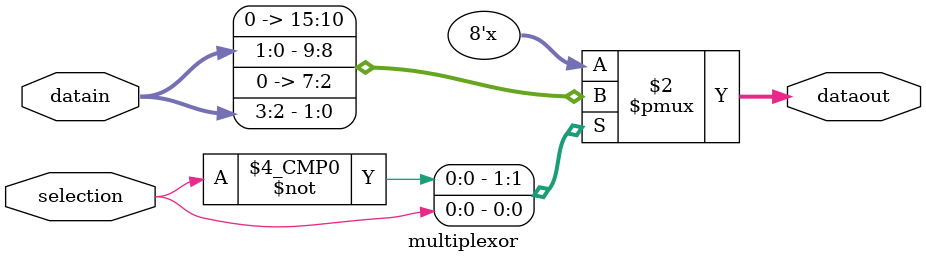
<source format=v>
module multiplexor #(
parameter R=2, //Número de señales de entrada
parameter T=8, //Número de bits sseñal de entrada
parameter N=1  //Número de bits dedicados para la selección de registros I/O TODO: Log2(N) Aproximar hacia arriba, por lo menos. 
)
(
input [N-1:0] selection,//Señal de selección para la escogencia del registro de salida.
input[R*T-1:0] datain,//Bus de datos de entrada. //TODO: Conectar siempre en orden desde 1 hasta la cantidad de registros totales. Así al seleccionar 1 se selecciona el registro 1 y así sucesivamente.
output reg [T-1:0] dataout//Datos escogidos.
);


//Operación de selección

always @(*) 
	begin
		case(selection)
			0: dataout=datain[1:0];
			1: dataout=datain[3:2];
			default dataout=0;
		endcase
	end
endmodule
</source>
